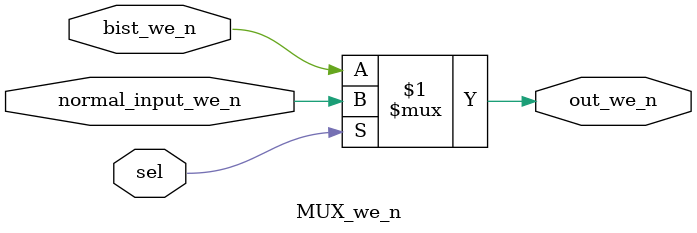
<source format=v>
module MUX_we_n(
    normal_input_we_n,
    bist_we_n,
    sel,
    out_we_n
);

input  normal_input_we_n;
input bist_we_n;
input sel;
output  out_we_n;

assign out_we_n = (sel)? normal_input_we_n:bist_we_n;

endmodule

</source>
